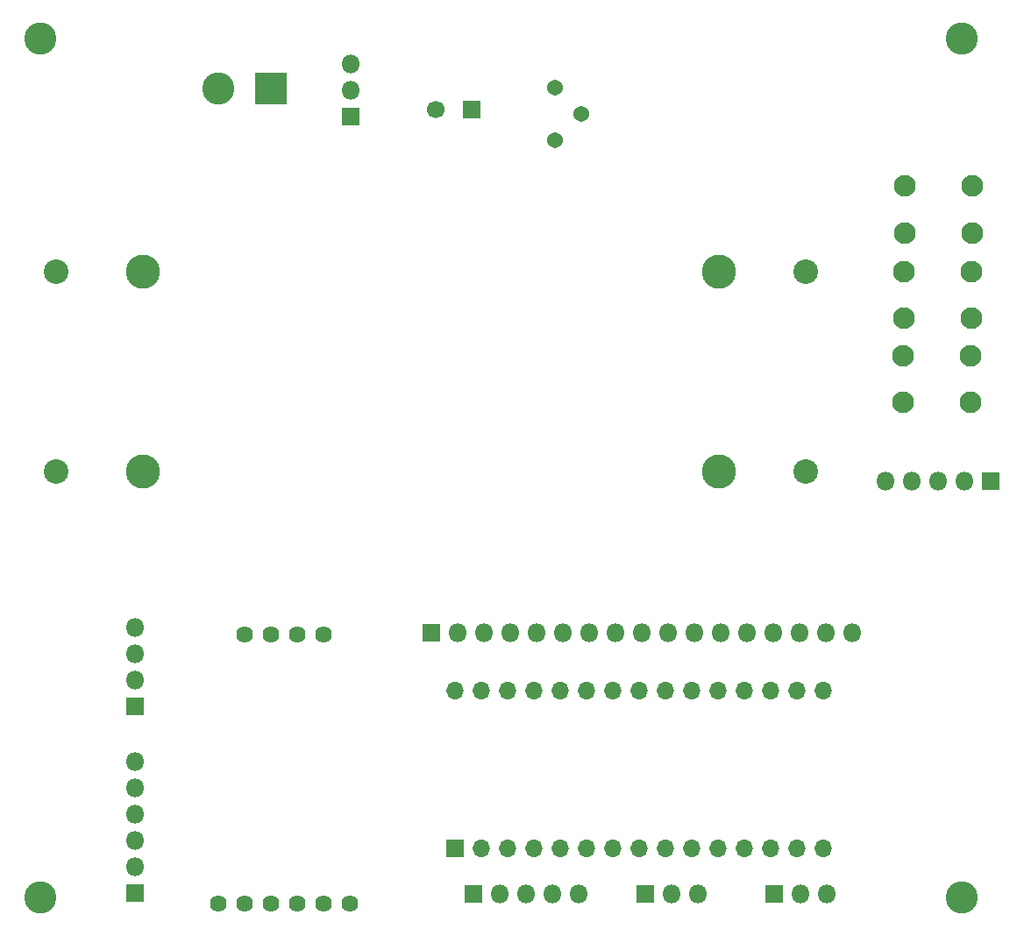
<source format=gbr>
%TF.GenerationSoftware,KiCad,Pcbnew,(5.1.6)-1*%
%TF.CreationDate,2020-07-21T16:26:21+08:00*%
%TF.ProjectId,Egg_segregator,4567675f-7365-4677-9265-6761746f722e,rev?*%
%TF.SameCoordinates,Original*%
%TF.FileFunction,Soldermask,Bot*%
%TF.FilePolarity,Negative*%
%FSLAX46Y46*%
G04 Gerber Fmt 4.6, Leading zero omitted, Abs format (unit mm)*
G04 Created by KiCad (PCBNEW (5.1.6)-1) date 2020-07-21 16:26:21*
%MOMM*%
%LPD*%
G01*
G04 APERTURE LIST*
%ADD10R,1.700000X1.700000*%
%ADD11O,1.700000X1.700000*%
%ADD12C,3.100000*%
%ADD13C,1.700000*%
%ADD14R,3.100000X3.100000*%
%ADD15O,1.800000X1.800000*%
%ADD16R,1.800000X1.800000*%
%ADD17C,1.540000*%
%ADD18C,2.100000*%
%ADD19C,2.386000*%
%ADD20C,3.300400*%
%ADD21C,1.624000*%
G04 APERTURE END LIST*
D10*
%TO.C,A1*%
X136017000Y-118237000D03*
D11*
X169037000Y-102997000D03*
X138557000Y-118237000D03*
X166497000Y-102997000D03*
X141097000Y-118237000D03*
X163957000Y-102997000D03*
X143637000Y-118237000D03*
X161417000Y-102997000D03*
X146177000Y-118237000D03*
X158877000Y-102997000D03*
X148717000Y-118237000D03*
X156337000Y-102997000D03*
X151257000Y-118237000D03*
X153797000Y-102997000D03*
X153797000Y-118237000D03*
X151257000Y-102997000D03*
X156337000Y-118237000D03*
X148717000Y-102997000D03*
X158877000Y-118237000D03*
X146177000Y-102997000D03*
X161417000Y-118237000D03*
X143637000Y-102997000D03*
X163957000Y-118237000D03*
X141097000Y-102997000D03*
X166497000Y-118237000D03*
X138557000Y-102997000D03*
X169037000Y-118237000D03*
X136017000Y-102997000D03*
X171577000Y-118237000D03*
X171577000Y-102997000D03*
%TD*%
D12*
%TO.C,MH4*%
X185000000Y-123000000D03*
%TD*%
%TO.C,MH2*%
X185000000Y-40000000D03*
%TD*%
%TO.C,MH3*%
X96000000Y-123000000D03*
%TD*%
%TO.C,MH1*%
X96000000Y-40000000D03*
%TD*%
D10*
%TO.C,C3*%
X137668000Y-46863000D03*
D13*
X134168000Y-46863000D03*
%TD*%
D14*
%TO.C,J1*%
X118237000Y-44831000D03*
D12*
X113157000Y-44831000D03*
%TD*%
D15*
%TO.C,J2*%
X105156000Y-96901000D03*
X105156000Y-99441000D03*
X105156000Y-101981000D03*
D16*
X105156000Y-104521000D03*
%TD*%
D15*
%TO.C,J5*%
X105156000Y-109855000D03*
X105156000Y-112395000D03*
X105156000Y-114935000D03*
X105156000Y-117475000D03*
X105156000Y-120015000D03*
D16*
X105156000Y-122555000D03*
%TD*%
%TO.C,J6*%
X154432000Y-122631000D03*
D15*
X156972000Y-122631000D03*
X159512000Y-122631000D03*
%TD*%
%TO.C,J7*%
X171958000Y-122631000D03*
X169418000Y-122631000D03*
D16*
X166878000Y-122631000D03*
%TD*%
%TO.C,J8*%
X133731000Y-97409000D03*
D15*
X136271000Y-97409000D03*
X138811000Y-97409000D03*
X141351000Y-97409000D03*
X143891000Y-97409000D03*
X146431000Y-97409000D03*
X148971000Y-97409000D03*
X151511000Y-97409000D03*
X154051000Y-97409000D03*
X156591000Y-97409000D03*
X159131000Y-97409000D03*
X161671000Y-97409000D03*
X164211000Y-97409000D03*
X166751000Y-97409000D03*
X169291000Y-97409000D03*
X171831000Y-97409000D03*
X174371000Y-97409000D03*
%TD*%
D17*
%TO.C,RV1*%
X145720000Y-44729400D03*
X148260000Y-47269400D03*
X145720000Y-49809400D03*
%TD*%
D18*
%TO.C,SW1*%
X185826000Y-70645900D03*
X185826000Y-75145900D03*
X179326000Y-70645900D03*
X179326000Y-75145900D03*
%TD*%
%TO.C,SW2*%
X179391000Y-67008900D03*
X179391000Y-62508900D03*
X185891000Y-67008900D03*
X185891000Y-62508900D03*
%TD*%
%TO.C,SW3*%
X185953000Y-54262900D03*
X185953000Y-58762900D03*
X179453000Y-54262900D03*
X179453000Y-58762900D03*
%TD*%
D16*
%TO.C,SW4*%
X125984000Y-47498000D03*
D15*
X125984000Y-44958000D03*
X125984000Y-42418000D03*
%TD*%
D19*
%TO.C,U1*%
X97536000Y-62484000D03*
X169926000Y-62484000D03*
X169926000Y-81788000D03*
X97536000Y-81788000D03*
D20*
X105918000Y-62484000D03*
X105918000Y-81788000D03*
X161544000Y-81788000D03*
X161544000Y-62484000D03*
%TD*%
D21*
%TO.C,A2*%
X115697000Y-97536000D03*
X118237000Y-97536000D03*
X120777000Y-97536000D03*
X123317000Y-97536000D03*
X115697000Y-123536000D03*
X118237000Y-123536000D03*
X120777000Y-123536000D03*
X123317000Y-123536000D03*
X125857000Y-123536000D03*
X113157000Y-123536000D03*
%TD*%
D16*
%TO.C,J9*%
X187757000Y-82727800D03*
D15*
X185217000Y-82727800D03*
X182677000Y-82727800D03*
X180137000Y-82727800D03*
X177597000Y-82727800D03*
%TD*%
D16*
%TO.C,J10*%
X137846000Y-122631000D03*
D15*
X140386000Y-122631000D03*
X142926000Y-122631000D03*
X145466000Y-122631000D03*
X148006000Y-122631000D03*
%TD*%
M02*

</source>
